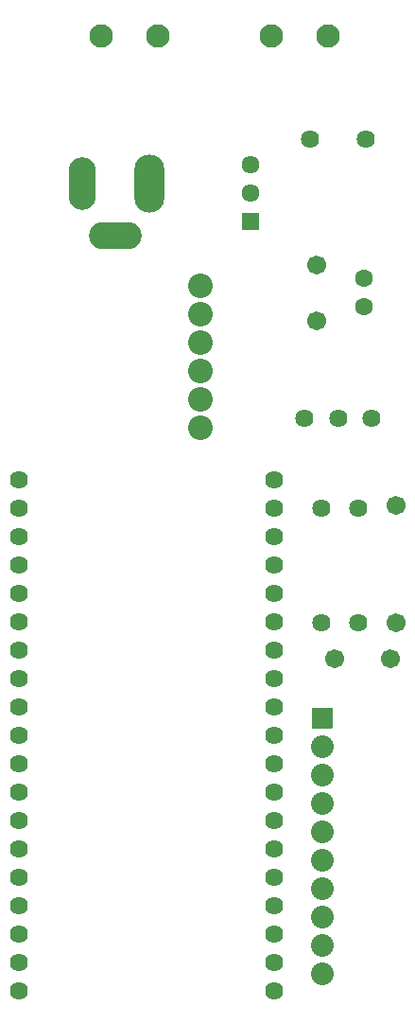
<source format=gbs>
G04 Layer: BottomSolderMaskLayer*
G04 EasyEDA v6.5.40, 2024-02-04 04:02:13*
G04 e3b7e928b75e4f6ab1737eb406526b54,153482dac41149f1974aef67bcea995d,10*
G04 Gerber Generator version 0.2*
G04 Scale: 100 percent, Rotated: No, Reflected: No *
G04 Dimensions in millimeters *
G04 leading zeros omitted , absolute positions ,4 integer and 5 decimal *
%FSLAX45Y45*%
%MOMM*%

%AMMACRO1*1,1,$1,$2,$3*1,1,$1,$4,$5*1,1,$1,0-$2,0-$3*1,1,$1,0-$4,0-$5*20,1,$1,$2,$3,$4,$5,0*20,1,$1,$4,$5,0-$2,0-$3,0*20,1,$1,0-$2,0-$3,0-$4,0-$5,0*20,1,$1,0-$4,0-$5,$2,$3,0*4,1,4,$2,$3,$4,$5,0-$2,0-$3,0-$4,0-$5,$2,$3,0*%
%ADD10MACRO1,0.1016X-0.889X0.889X0.889X0.889*%
%ADD11C,2.0320*%
%ADD12C,1.7016*%
%ADD13C,1.6256*%
%ADD14C,2.1000*%
%ADD15O,2.7030680000000005X5.20319*%
%ADD16O,2.4531320000000005X4.703064*%
%ADD17O,4.703064X2.4531320000000005*%
%ADD18C,1.6000*%
%ADD19C,1.6240*%
%ADD20R,1.6096X1.6096*%
%ADD21C,1.6096*%
%ADD22C,2.2032*%

%LPD*%
D10*
G01*
X2933700Y2628900D03*
D11*
G01*
X2933700Y2374900D03*
G01*
X2933700Y2120900D03*
G01*
X2933700Y1866900D03*
G01*
X2933700Y1612900D03*
G01*
X2933700Y1358900D03*
G01*
X2933700Y1104900D03*
G01*
X2933700Y850900D03*
G01*
X2933700Y596900D03*
G01*
X2933700Y342900D03*
D12*
G01*
X3539286Y3162300D03*
G01*
X3039313Y3162300D03*
D13*
G01*
X2921000Y3485489D03*
G01*
X2921000Y4515510D03*
D14*
G01*
X2476500Y8737600D03*
G01*
X955547Y8737600D03*
G01*
X1460500Y8737600D03*
G01*
X2984500Y8737574D03*
D15*
G01*
X1380489Y7417206D03*
D16*
G01*
X780491Y7417206D03*
D17*
G01*
X1080490Y6947204D03*
D12*
G01*
X2882900Y6688581D03*
G01*
X2882900Y6188582D03*
D18*
G01*
X3302000Y6311849D03*
G01*
X3302000Y6565849D03*
D12*
G01*
X3594100Y4538192D03*
G01*
X3594100Y3488181D03*
D13*
G01*
X3251200Y4515510D03*
G01*
X3251200Y3485489D03*
D19*
G01*
X215900Y196850D03*
G01*
X215900Y450850D03*
G01*
X215900Y704850D03*
G01*
X215900Y958850D03*
G01*
X215900Y1212850D03*
G01*
X215900Y1466850D03*
G01*
X215900Y1720850D03*
G01*
X215900Y1974850D03*
G01*
X215900Y2228850D03*
G01*
X215900Y2482850D03*
G01*
X215900Y2736850D03*
G01*
X215900Y2990850D03*
G01*
X215900Y3244850D03*
G01*
X215900Y3498850D03*
G01*
X215900Y3752850D03*
G01*
X215900Y4006850D03*
G01*
X215900Y4260850D03*
G01*
X215900Y4514850D03*
G01*
X215900Y4768850D03*
G01*
X2501900Y196850D03*
G01*
X2501900Y450850D03*
G01*
X2501900Y704850D03*
G01*
X2501900Y958850D03*
G01*
X2501900Y1212850D03*
G01*
X2501900Y1466850D03*
G01*
X2501900Y1720850D03*
G01*
X2501900Y1974850D03*
G01*
X2501900Y2228850D03*
G01*
X2501900Y2482850D03*
G01*
X2501900Y2736850D03*
G01*
X2501900Y2990850D03*
G01*
X2501900Y3244850D03*
G01*
X2501900Y3498850D03*
G01*
X2501900Y3752850D03*
G01*
X2501900Y4006850D03*
G01*
X2501900Y4260850D03*
G01*
X2501900Y4514850D03*
G01*
X2501900Y4768850D03*
D20*
G01*
X2286000Y7073900D03*
D21*
G01*
X2286000Y7327900D03*
G01*
X2286000Y7581900D03*
D13*
G01*
X3375253Y5317007D03*
G01*
X3075050Y5317159D03*
G01*
X2775051Y5317159D03*
G01*
X3325037Y7817154D03*
G01*
X2825038Y7817154D03*
D22*
G01*
X1841474Y5486425D03*
G01*
X1841474Y5740425D03*
G01*
X1841500Y5994400D03*
G01*
X1841500Y6248400D03*
G01*
X1841474Y6502425D03*
G01*
X1841474Y5232425D03*
M02*

</source>
